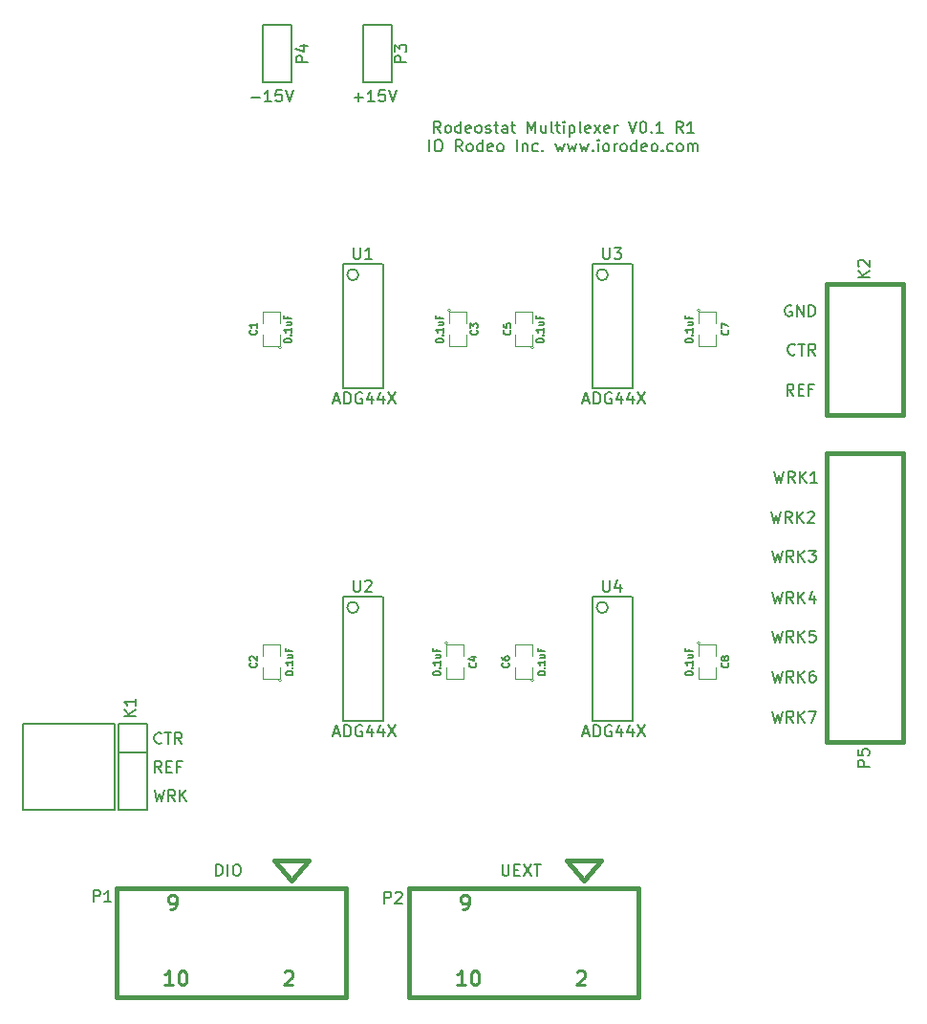
<source format=gto>
G04 (created by PCBNEW (2013-jul-07)-stable) date Thu 19 Jul 2018 04:00:03 PM PDT*
%MOIN*%
G04 Gerber Fmt 3.4, Leading zero omitted, Abs format*
%FSLAX34Y34*%
G01*
G70*
G90*
G04 APERTURE LIST*
%ADD10C,0.00590551*%
%ADD11C,0.008*%
%ADD12C,0.00787402*%
%ADD13C,0.0039*%
%ADD14C,0.006*%
%ADD15C,0.015*%
%ADD16C,0.005*%
%ADD17C,0.01*%
G04 APERTURE END LIST*
G54D10*
G54D11*
X44704Y-34261D02*
X44571Y-34071D01*
X44476Y-34261D02*
X44476Y-33861D01*
X44628Y-33861D01*
X44666Y-33880D01*
X44685Y-33900D01*
X44704Y-33938D01*
X44704Y-33995D01*
X44685Y-34033D01*
X44666Y-34052D01*
X44628Y-34071D01*
X44476Y-34071D01*
X44933Y-34261D02*
X44895Y-34242D01*
X44876Y-34223D01*
X44857Y-34185D01*
X44857Y-34071D01*
X44876Y-34033D01*
X44895Y-34014D01*
X44933Y-33995D01*
X44990Y-33995D01*
X45028Y-34014D01*
X45047Y-34033D01*
X45066Y-34071D01*
X45066Y-34185D01*
X45047Y-34223D01*
X45028Y-34242D01*
X44990Y-34261D01*
X44933Y-34261D01*
X45409Y-34261D02*
X45409Y-33861D01*
X45409Y-34242D02*
X45371Y-34261D01*
X45295Y-34261D01*
X45257Y-34242D01*
X45238Y-34223D01*
X45219Y-34185D01*
X45219Y-34071D01*
X45238Y-34033D01*
X45257Y-34014D01*
X45295Y-33995D01*
X45371Y-33995D01*
X45409Y-34014D01*
X45752Y-34242D02*
X45714Y-34261D01*
X45638Y-34261D01*
X45600Y-34242D01*
X45580Y-34204D01*
X45580Y-34052D01*
X45600Y-34014D01*
X45638Y-33995D01*
X45714Y-33995D01*
X45752Y-34014D01*
X45771Y-34052D01*
X45771Y-34090D01*
X45580Y-34128D01*
X46000Y-34261D02*
X45961Y-34242D01*
X45942Y-34223D01*
X45923Y-34185D01*
X45923Y-34071D01*
X45942Y-34033D01*
X45961Y-34014D01*
X46000Y-33995D01*
X46057Y-33995D01*
X46095Y-34014D01*
X46114Y-34033D01*
X46133Y-34071D01*
X46133Y-34185D01*
X46114Y-34223D01*
X46095Y-34242D01*
X46057Y-34261D01*
X46000Y-34261D01*
X46285Y-34242D02*
X46323Y-34261D01*
X46400Y-34261D01*
X46438Y-34242D01*
X46457Y-34204D01*
X46457Y-34185D01*
X46438Y-34147D01*
X46400Y-34128D01*
X46342Y-34128D01*
X46304Y-34109D01*
X46285Y-34071D01*
X46285Y-34052D01*
X46304Y-34014D01*
X46342Y-33995D01*
X46400Y-33995D01*
X46438Y-34014D01*
X46571Y-33995D02*
X46723Y-33995D01*
X46628Y-33861D02*
X46628Y-34204D01*
X46647Y-34242D01*
X46685Y-34261D01*
X46723Y-34261D01*
X47028Y-34261D02*
X47028Y-34052D01*
X47009Y-34014D01*
X46971Y-33995D01*
X46895Y-33995D01*
X46857Y-34014D01*
X47028Y-34242D02*
X46990Y-34261D01*
X46895Y-34261D01*
X46857Y-34242D01*
X46838Y-34204D01*
X46838Y-34166D01*
X46857Y-34128D01*
X46895Y-34109D01*
X46990Y-34109D01*
X47028Y-34090D01*
X47161Y-33995D02*
X47314Y-33995D01*
X47219Y-33861D02*
X47219Y-34204D01*
X47238Y-34242D01*
X47276Y-34261D01*
X47314Y-34261D01*
X47752Y-34261D02*
X47752Y-33861D01*
X47885Y-34147D01*
X48019Y-33861D01*
X48019Y-34261D01*
X48380Y-33995D02*
X48380Y-34261D01*
X48209Y-33995D02*
X48209Y-34204D01*
X48228Y-34242D01*
X48266Y-34261D01*
X48323Y-34261D01*
X48361Y-34242D01*
X48380Y-34223D01*
X48628Y-34261D02*
X48590Y-34242D01*
X48571Y-34204D01*
X48571Y-33861D01*
X48723Y-33995D02*
X48876Y-33995D01*
X48780Y-33861D02*
X48780Y-34204D01*
X48800Y-34242D01*
X48838Y-34261D01*
X48876Y-34261D01*
X49009Y-34261D02*
X49009Y-33995D01*
X49009Y-33861D02*
X48990Y-33880D01*
X49009Y-33900D01*
X49028Y-33880D01*
X49009Y-33861D01*
X49009Y-33900D01*
X49200Y-33995D02*
X49200Y-34395D01*
X49200Y-34014D02*
X49238Y-33995D01*
X49314Y-33995D01*
X49352Y-34014D01*
X49371Y-34033D01*
X49390Y-34071D01*
X49390Y-34185D01*
X49371Y-34223D01*
X49352Y-34242D01*
X49314Y-34261D01*
X49238Y-34261D01*
X49200Y-34242D01*
X49619Y-34261D02*
X49580Y-34242D01*
X49561Y-34204D01*
X49561Y-33861D01*
X49923Y-34242D02*
X49885Y-34261D01*
X49809Y-34261D01*
X49771Y-34242D01*
X49752Y-34204D01*
X49752Y-34052D01*
X49771Y-34014D01*
X49809Y-33995D01*
X49885Y-33995D01*
X49923Y-34014D01*
X49942Y-34052D01*
X49942Y-34090D01*
X49752Y-34128D01*
X50076Y-34261D02*
X50285Y-33995D01*
X50076Y-33995D02*
X50285Y-34261D01*
X50590Y-34242D02*
X50552Y-34261D01*
X50476Y-34261D01*
X50438Y-34242D01*
X50419Y-34204D01*
X50419Y-34052D01*
X50438Y-34014D01*
X50476Y-33995D01*
X50552Y-33995D01*
X50590Y-34014D01*
X50609Y-34052D01*
X50609Y-34090D01*
X50419Y-34128D01*
X50780Y-34261D02*
X50780Y-33995D01*
X50780Y-34071D02*
X50799Y-34033D01*
X50819Y-34014D01*
X50857Y-33995D01*
X50895Y-33995D01*
X51276Y-33861D02*
X51409Y-34261D01*
X51542Y-33861D01*
X51752Y-33861D02*
X51790Y-33861D01*
X51828Y-33880D01*
X51847Y-33900D01*
X51866Y-33938D01*
X51885Y-34014D01*
X51885Y-34109D01*
X51866Y-34185D01*
X51847Y-34223D01*
X51828Y-34242D01*
X51790Y-34261D01*
X51752Y-34261D01*
X51714Y-34242D01*
X51695Y-34223D01*
X51676Y-34185D01*
X51657Y-34109D01*
X51657Y-34014D01*
X51676Y-33938D01*
X51695Y-33900D01*
X51714Y-33880D01*
X51752Y-33861D01*
X52057Y-34223D02*
X52076Y-34242D01*
X52057Y-34261D01*
X52038Y-34242D01*
X52057Y-34223D01*
X52057Y-34261D01*
X52457Y-34261D02*
X52228Y-34261D01*
X52342Y-34261D02*
X52342Y-33861D01*
X52304Y-33919D01*
X52266Y-33957D01*
X52228Y-33976D01*
X53161Y-34261D02*
X53028Y-34071D01*
X52933Y-34261D02*
X52933Y-33861D01*
X53085Y-33861D01*
X53123Y-33880D01*
X53142Y-33900D01*
X53161Y-33938D01*
X53161Y-33995D01*
X53142Y-34033D01*
X53123Y-34052D01*
X53085Y-34071D01*
X52933Y-34071D01*
X53542Y-34261D02*
X53314Y-34261D01*
X53428Y-34261D02*
X53428Y-33861D01*
X53390Y-33919D01*
X53352Y-33957D01*
X53314Y-33976D01*
X44323Y-34901D02*
X44323Y-34501D01*
X44590Y-34501D02*
X44666Y-34501D01*
X44704Y-34520D01*
X44742Y-34559D01*
X44761Y-34635D01*
X44761Y-34768D01*
X44742Y-34844D01*
X44704Y-34882D01*
X44666Y-34901D01*
X44590Y-34901D01*
X44552Y-34882D01*
X44514Y-34844D01*
X44495Y-34768D01*
X44495Y-34635D01*
X44514Y-34559D01*
X44552Y-34520D01*
X44590Y-34501D01*
X45466Y-34901D02*
X45333Y-34711D01*
X45238Y-34901D02*
X45238Y-34501D01*
X45390Y-34501D01*
X45428Y-34520D01*
X45447Y-34540D01*
X45466Y-34578D01*
X45466Y-34635D01*
X45447Y-34673D01*
X45428Y-34692D01*
X45390Y-34711D01*
X45238Y-34711D01*
X45695Y-34901D02*
X45657Y-34882D01*
X45638Y-34863D01*
X45619Y-34825D01*
X45619Y-34711D01*
X45638Y-34673D01*
X45657Y-34654D01*
X45695Y-34635D01*
X45752Y-34635D01*
X45790Y-34654D01*
X45809Y-34673D01*
X45828Y-34711D01*
X45828Y-34825D01*
X45809Y-34863D01*
X45790Y-34882D01*
X45752Y-34901D01*
X45695Y-34901D01*
X46171Y-34901D02*
X46171Y-34501D01*
X46171Y-34882D02*
X46133Y-34901D01*
X46057Y-34901D01*
X46019Y-34882D01*
X46000Y-34863D01*
X45980Y-34825D01*
X45980Y-34711D01*
X46000Y-34673D01*
X46019Y-34654D01*
X46057Y-34635D01*
X46133Y-34635D01*
X46171Y-34654D01*
X46514Y-34882D02*
X46476Y-34901D01*
X46400Y-34901D01*
X46361Y-34882D01*
X46342Y-34844D01*
X46342Y-34692D01*
X46361Y-34654D01*
X46400Y-34635D01*
X46476Y-34635D01*
X46514Y-34654D01*
X46533Y-34692D01*
X46533Y-34730D01*
X46342Y-34768D01*
X46761Y-34901D02*
X46723Y-34882D01*
X46704Y-34863D01*
X46685Y-34825D01*
X46685Y-34711D01*
X46704Y-34673D01*
X46723Y-34654D01*
X46761Y-34635D01*
X46819Y-34635D01*
X46857Y-34654D01*
X46876Y-34673D01*
X46895Y-34711D01*
X46895Y-34825D01*
X46876Y-34863D01*
X46857Y-34882D01*
X46819Y-34901D01*
X46761Y-34901D01*
X47371Y-34901D02*
X47371Y-34501D01*
X47561Y-34635D02*
X47561Y-34901D01*
X47561Y-34673D02*
X47580Y-34654D01*
X47619Y-34635D01*
X47676Y-34635D01*
X47714Y-34654D01*
X47733Y-34692D01*
X47733Y-34901D01*
X48095Y-34882D02*
X48057Y-34901D01*
X47980Y-34901D01*
X47942Y-34882D01*
X47923Y-34863D01*
X47904Y-34825D01*
X47904Y-34711D01*
X47923Y-34673D01*
X47942Y-34654D01*
X47980Y-34635D01*
X48057Y-34635D01*
X48095Y-34654D01*
X48266Y-34863D02*
X48285Y-34882D01*
X48266Y-34901D01*
X48247Y-34882D01*
X48266Y-34863D01*
X48266Y-34901D01*
X48723Y-34635D02*
X48800Y-34901D01*
X48876Y-34711D01*
X48952Y-34901D01*
X49028Y-34635D01*
X49142Y-34635D02*
X49219Y-34901D01*
X49295Y-34711D01*
X49371Y-34901D01*
X49447Y-34635D01*
X49561Y-34635D02*
X49638Y-34901D01*
X49714Y-34711D01*
X49790Y-34901D01*
X49866Y-34635D01*
X50019Y-34863D02*
X50038Y-34882D01*
X50019Y-34901D01*
X50000Y-34882D01*
X50019Y-34863D01*
X50019Y-34901D01*
X50209Y-34901D02*
X50209Y-34635D01*
X50209Y-34501D02*
X50190Y-34520D01*
X50209Y-34540D01*
X50228Y-34520D01*
X50209Y-34501D01*
X50209Y-34540D01*
X50457Y-34901D02*
X50419Y-34882D01*
X50400Y-34863D01*
X50380Y-34825D01*
X50380Y-34711D01*
X50400Y-34673D01*
X50419Y-34654D01*
X50457Y-34635D01*
X50514Y-34635D01*
X50552Y-34654D01*
X50571Y-34673D01*
X50590Y-34711D01*
X50590Y-34825D01*
X50571Y-34863D01*
X50552Y-34882D01*
X50514Y-34901D01*
X50457Y-34901D01*
X50761Y-34901D02*
X50761Y-34635D01*
X50761Y-34711D02*
X50780Y-34673D01*
X50800Y-34654D01*
X50838Y-34635D01*
X50876Y-34635D01*
X51066Y-34901D02*
X51028Y-34882D01*
X51009Y-34863D01*
X50990Y-34825D01*
X50990Y-34711D01*
X51009Y-34673D01*
X51028Y-34654D01*
X51066Y-34635D01*
X51123Y-34635D01*
X51161Y-34654D01*
X51180Y-34673D01*
X51200Y-34711D01*
X51200Y-34825D01*
X51180Y-34863D01*
X51161Y-34882D01*
X51123Y-34901D01*
X51066Y-34901D01*
X51542Y-34901D02*
X51542Y-34501D01*
X51542Y-34882D02*
X51504Y-34901D01*
X51428Y-34901D01*
X51390Y-34882D01*
X51371Y-34863D01*
X51352Y-34825D01*
X51352Y-34711D01*
X51371Y-34673D01*
X51390Y-34654D01*
X51428Y-34635D01*
X51504Y-34635D01*
X51542Y-34654D01*
X51885Y-34882D02*
X51847Y-34901D01*
X51771Y-34901D01*
X51733Y-34882D01*
X51714Y-34844D01*
X51714Y-34692D01*
X51733Y-34654D01*
X51771Y-34635D01*
X51847Y-34635D01*
X51885Y-34654D01*
X51904Y-34692D01*
X51904Y-34730D01*
X51714Y-34768D01*
X52133Y-34901D02*
X52095Y-34882D01*
X52076Y-34863D01*
X52057Y-34825D01*
X52057Y-34711D01*
X52076Y-34673D01*
X52095Y-34654D01*
X52133Y-34635D01*
X52190Y-34635D01*
X52228Y-34654D01*
X52247Y-34673D01*
X52266Y-34711D01*
X52266Y-34825D01*
X52247Y-34863D01*
X52228Y-34882D01*
X52190Y-34901D01*
X52133Y-34901D01*
X52438Y-34863D02*
X52457Y-34882D01*
X52438Y-34901D01*
X52419Y-34882D01*
X52438Y-34863D01*
X52438Y-34901D01*
X52800Y-34882D02*
X52761Y-34901D01*
X52685Y-34901D01*
X52647Y-34882D01*
X52628Y-34863D01*
X52609Y-34825D01*
X52609Y-34711D01*
X52628Y-34673D01*
X52647Y-34654D01*
X52685Y-34635D01*
X52761Y-34635D01*
X52800Y-34654D01*
X53028Y-34901D02*
X52990Y-34882D01*
X52971Y-34863D01*
X52952Y-34825D01*
X52952Y-34711D01*
X52971Y-34673D01*
X52990Y-34654D01*
X53028Y-34635D01*
X53085Y-34635D01*
X53123Y-34654D01*
X53142Y-34673D01*
X53161Y-34711D01*
X53161Y-34825D01*
X53142Y-34863D01*
X53123Y-34882D01*
X53085Y-34901D01*
X53028Y-34901D01*
X53333Y-34901D02*
X53333Y-34635D01*
X53333Y-34673D02*
X53352Y-34654D01*
X53390Y-34635D01*
X53447Y-34635D01*
X53485Y-34654D01*
X53504Y-34692D01*
X53504Y-34901D01*
X53504Y-34692D02*
X53523Y-34654D01*
X53561Y-34635D01*
X53619Y-34635D01*
X53657Y-34654D01*
X53676Y-34692D01*
X53676Y-34901D01*
X56945Y-40280D02*
X56907Y-40261D01*
X56850Y-40261D01*
X56792Y-40280D01*
X56754Y-40319D01*
X56735Y-40357D01*
X56716Y-40433D01*
X56716Y-40490D01*
X56735Y-40566D01*
X56754Y-40604D01*
X56792Y-40642D01*
X56850Y-40661D01*
X56888Y-40661D01*
X56945Y-40642D01*
X56964Y-40623D01*
X56964Y-40490D01*
X56888Y-40490D01*
X57135Y-40661D02*
X57135Y-40261D01*
X57364Y-40661D01*
X57364Y-40261D01*
X57554Y-40661D02*
X57554Y-40261D01*
X57650Y-40261D01*
X57707Y-40280D01*
X57745Y-40319D01*
X57764Y-40357D01*
X57783Y-40433D01*
X57783Y-40490D01*
X57764Y-40566D01*
X57745Y-40604D01*
X57707Y-40642D01*
X57650Y-40661D01*
X57554Y-40661D01*
X57071Y-41973D02*
X57052Y-41992D01*
X56995Y-42011D01*
X56957Y-42011D01*
X56900Y-41992D01*
X56861Y-41954D01*
X56842Y-41916D01*
X56823Y-41840D01*
X56823Y-41783D01*
X56842Y-41707D01*
X56861Y-41669D01*
X56900Y-41630D01*
X56957Y-41611D01*
X56995Y-41611D01*
X57052Y-41630D01*
X57071Y-41650D01*
X57185Y-41611D02*
X57414Y-41611D01*
X57300Y-42011D02*
X57300Y-41611D01*
X57776Y-42011D02*
X57642Y-41821D01*
X57547Y-42011D02*
X57547Y-41611D01*
X57700Y-41611D01*
X57738Y-41630D01*
X57757Y-41650D01*
X57776Y-41688D01*
X57776Y-41745D01*
X57757Y-41783D01*
X57738Y-41802D01*
X57700Y-41821D01*
X57547Y-41821D01*
X57021Y-43411D02*
X56888Y-43221D01*
X56792Y-43411D02*
X56792Y-43011D01*
X56945Y-43011D01*
X56983Y-43030D01*
X57002Y-43050D01*
X57021Y-43088D01*
X57021Y-43145D01*
X57002Y-43183D01*
X56983Y-43202D01*
X56945Y-43221D01*
X56792Y-43221D01*
X57192Y-43202D02*
X57326Y-43202D01*
X57383Y-43411D02*
X57192Y-43411D01*
X57192Y-43011D01*
X57383Y-43011D01*
X57688Y-43202D02*
X57554Y-43202D01*
X57554Y-43411D02*
X57554Y-43011D01*
X57745Y-43011D01*
X56288Y-54411D02*
X56383Y-54811D01*
X56459Y-54526D01*
X56535Y-54811D01*
X56630Y-54411D01*
X57011Y-54811D02*
X56878Y-54621D01*
X56783Y-54811D02*
X56783Y-54411D01*
X56935Y-54411D01*
X56973Y-54430D01*
X56992Y-54450D01*
X57011Y-54488D01*
X57011Y-54545D01*
X56992Y-54583D01*
X56973Y-54602D01*
X56935Y-54621D01*
X56783Y-54621D01*
X57183Y-54811D02*
X57183Y-54411D01*
X57411Y-54811D02*
X57240Y-54583D01*
X57411Y-54411D02*
X57183Y-54640D01*
X57545Y-54411D02*
X57811Y-54411D01*
X57640Y-54811D01*
X56288Y-53011D02*
X56383Y-53411D01*
X56459Y-53126D01*
X56535Y-53411D01*
X56630Y-53011D01*
X57011Y-53411D02*
X56878Y-53221D01*
X56783Y-53411D02*
X56783Y-53011D01*
X56935Y-53011D01*
X56973Y-53030D01*
X56992Y-53050D01*
X57011Y-53088D01*
X57011Y-53145D01*
X56992Y-53183D01*
X56973Y-53202D01*
X56935Y-53221D01*
X56783Y-53221D01*
X57183Y-53411D02*
X57183Y-53011D01*
X57411Y-53411D02*
X57240Y-53183D01*
X57411Y-53011D02*
X57183Y-53240D01*
X57754Y-53011D02*
X57678Y-53011D01*
X57640Y-53030D01*
X57621Y-53050D01*
X57583Y-53107D01*
X57564Y-53183D01*
X57564Y-53335D01*
X57583Y-53373D01*
X57602Y-53392D01*
X57640Y-53411D01*
X57716Y-53411D01*
X57754Y-53392D01*
X57773Y-53373D01*
X57792Y-53335D01*
X57792Y-53240D01*
X57773Y-53202D01*
X57754Y-53183D01*
X57716Y-53164D01*
X57640Y-53164D01*
X57602Y-53183D01*
X57583Y-53202D01*
X57564Y-53240D01*
X56288Y-51611D02*
X56383Y-52011D01*
X56459Y-51726D01*
X56535Y-52011D01*
X56630Y-51611D01*
X57011Y-52011D02*
X56878Y-51821D01*
X56783Y-52011D02*
X56783Y-51611D01*
X56935Y-51611D01*
X56973Y-51630D01*
X56992Y-51650D01*
X57011Y-51688D01*
X57011Y-51745D01*
X56992Y-51783D01*
X56973Y-51802D01*
X56935Y-51821D01*
X56783Y-51821D01*
X57183Y-52011D02*
X57183Y-51611D01*
X57411Y-52011D02*
X57240Y-51783D01*
X57411Y-51611D02*
X57183Y-51840D01*
X57773Y-51611D02*
X57583Y-51611D01*
X57564Y-51802D01*
X57583Y-51783D01*
X57621Y-51764D01*
X57716Y-51764D01*
X57754Y-51783D01*
X57773Y-51802D01*
X57792Y-51840D01*
X57792Y-51935D01*
X57773Y-51973D01*
X57754Y-51992D01*
X57716Y-52011D01*
X57621Y-52011D01*
X57583Y-51992D01*
X57564Y-51973D01*
X56288Y-50261D02*
X56383Y-50661D01*
X56459Y-50376D01*
X56535Y-50661D01*
X56630Y-50261D01*
X57011Y-50661D02*
X56878Y-50471D01*
X56783Y-50661D02*
X56783Y-50261D01*
X56935Y-50261D01*
X56973Y-50280D01*
X56992Y-50300D01*
X57011Y-50338D01*
X57011Y-50395D01*
X56992Y-50433D01*
X56973Y-50452D01*
X56935Y-50471D01*
X56783Y-50471D01*
X57183Y-50661D02*
X57183Y-50261D01*
X57411Y-50661D02*
X57240Y-50433D01*
X57411Y-50261D02*
X57183Y-50490D01*
X57754Y-50395D02*
X57754Y-50661D01*
X57659Y-50242D02*
X57564Y-50528D01*
X57811Y-50528D01*
X56288Y-48811D02*
X56383Y-49211D01*
X56459Y-48926D01*
X56535Y-49211D01*
X56630Y-48811D01*
X57011Y-49211D02*
X56878Y-49021D01*
X56783Y-49211D02*
X56783Y-48811D01*
X56935Y-48811D01*
X56973Y-48830D01*
X56992Y-48850D01*
X57011Y-48888D01*
X57011Y-48945D01*
X56992Y-48983D01*
X56973Y-49002D01*
X56935Y-49021D01*
X56783Y-49021D01*
X57183Y-49211D02*
X57183Y-48811D01*
X57411Y-49211D02*
X57240Y-48983D01*
X57411Y-48811D02*
X57183Y-49040D01*
X57545Y-48811D02*
X57792Y-48811D01*
X57659Y-48964D01*
X57716Y-48964D01*
X57754Y-48983D01*
X57773Y-49002D01*
X57792Y-49040D01*
X57792Y-49135D01*
X57773Y-49173D01*
X57754Y-49192D01*
X57716Y-49211D01*
X57602Y-49211D01*
X57564Y-49192D01*
X57545Y-49173D01*
X56238Y-47461D02*
X56333Y-47861D01*
X56409Y-47576D01*
X56485Y-47861D01*
X56580Y-47461D01*
X56961Y-47861D02*
X56828Y-47671D01*
X56733Y-47861D02*
X56733Y-47461D01*
X56885Y-47461D01*
X56923Y-47480D01*
X56942Y-47500D01*
X56961Y-47538D01*
X56961Y-47595D01*
X56942Y-47633D01*
X56923Y-47652D01*
X56885Y-47671D01*
X56733Y-47671D01*
X57133Y-47861D02*
X57133Y-47461D01*
X57361Y-47861D02*
X57190Y-47633D01*
X57361Y-47461D02*
X57133Y-47690D01*
X57514Y-47500D02*
X57533Y-47480D01*
X57571Y-47461D01*
X57666Y-47461D01*
X57704Y-47480D01*
X57723Y-47500D01*
X57742Y-47538D01*
X57742Y-47576D01*
X57723Y-47633D01*
X57495Y-47861D01*
X57742Y-47861D01*
X56338Y-46061D02*
X56433Y-46461D01*
X56509Y-46176D01*
X56585Y-46461D01*
X56680Y-46061D01*
X57061Y-46461D02*
X56928Y-46271D01*
X56833Y-46461D02*
X56833Y-46061D01*
X56985Y-46061D01*
X57023Y-46080D01*
X57042Y-46100D01*
X57061Y-46138D01*
X57061Y-46195D01*
X57042Y-46233D01*
X57023Y-46252D01*
X56985Y-46271D01*
X56833Y-46271D01*
X57233Y-46461D02*
X57233Y-46061D01*
X57461Y-46461D02*
X57290Y-46233D01*
X57461Y-46061D02*
X57233Y-46290D01*
X57842Y-46461D02*
X57614Y-46461D01*
X57728Y-46461D02*
X57728Y-46061D01*
X57690Y-46119D01*
X57652Y-46157D01*
X57614Y-46176D01*
X46861Y-59761D02*
X46861Y-60085D01*
X46880Y-60123D01*
X46900Y-60142D01*
X46938Y-60161D01*
X47014Y-60161D01*
X47052Y-60142D01*
X47071Y-60123D01*
X47090Y-60085D01*
X47090Y-59761D01*
X47280Y-59952D02*
X47414Y-59952D01*
X47471Y-60161D02*
X47280Y-60161D01*
X47280Y-59761D01*
X47471Y-59761D01*
X47604Y-59761D02*
X47871Y-60161D01*
X47871Y-59761D02*
X47604Y-60161D01*
X47966Y-59761D02*
X48195Y-59761D01*
X48080Y-60161D02*
X48080Y-59761D01*
X36890Y-60161D02*
X36890Y-59761D01*
X36985Y-59761D01*
X37042Y-59780D01*
X37080Y-59819D01*
X37100Y-59857D01*
X37119Y-59933D01*
X37119Y-59990D01*
X37100Y-60066D01*
X37080Y-60104D01*
X37042Y-60142D01*
X36985Y-60161D01*
X36890Y-60161D01*
X37290Y-60161D02*
X37290Y-59761D01*
X37557Y-59761D02*
X37633Y-59761D01*
X37671Y-59780D01*
X37709Y-59819D01*
X37728Y-59895D01*
X37728Y-60028D01*
X37709Y-60104D01*
X37671Y-60142D01*
X37633Y-60161D01*
X37557Y-60161D01*
X37519Y-60142D01*
X37480Y-60104D01*
X37461Y-60028D01*
X37461Y-59895D01*
X37480Y-59819D01*
X37519Y-59780D01*
X37557Y-59761D01*
X34728Y-57161D02*
X34823Y-57561D01*
X34900Y-57276D01*
X34976Y-57561D01*
X35071Y-57161D01*
X35452Y-57561D02*
X35319Y-57371D01*
X35223Y-57561D02*
X35223Y-57161D01*
X35376Y-57161D01*
X35414Y-57180D01*
X35433Y-57200D01*
X35452Y-57238D01*
X35452Y-57295D01*
X35433Y-57333D01*
X35414Y-57352D01*
X35376Y-57371D01*
X35223Y-57371D01*
X35623Y-57561D02*
X35623Y-57161D01*
X35852Y-57561D02*
X35680Y-57333D01*
X35852Y-57161D02*
X35623Y-57390D01*
X34971Y-56561D02*
X34838Y-56371D01*
X34742Y-56561D02*
X34742Y-56161D01*
X34895Y-56161D01*
X34933Y-56180D01*
X34952Y-56200D01*
X34971Y-56238D01*
X34971Y-56295D01*
X34952Y-56333D01*
X34933Y-56352D01*
X34895Y-56371D01*
X34742Y-56371D01*
X35142Y-56352D02*
X35276Y-56352D01*
X35333Y-56561D02*
X35142Y-56561D01*
X35142Y-56161D01*
X35333Y-56161D01*
X35638Y-56352D02*
X35504Y-56352D01*
X35504Y-56561D02*
X35504Y-56161D01*
X35695Y-56161D01*
X34971Y-55523D02*
X34952Y-55542D01*
X34895Y-55561D01*
X34857Y-55561D01*
X34800Y-55542D01*
X34761Y-55504D01*
X34742Y-55466D01*
X34723Y-55390D01*
X34723Y-55333D01*
X34742Y-55257D01*
X34761Y-55219D01*
X34800Y-55180D01*
X34857Y-55161D01*
X34895Y-55161D01*
X34952Y-55180D01*
X34971Y-55200D01*
X35085Y-55161D02*
X35314Y-55161D01*
X35200Y-55561D02*
X35200Y-55161D01*
X35676Y-55561D02*
X35542Y-55371D01*
X35447Y-55561D02*
X35447Y-55161D01*
X35600Y-55161D01*
X35638Y-55180D01*
X35657Y-55200D01*
X35676Y-55238D01*
X35676Y-55295D01*
X35657Y-55333D01*
X35638Y-55352D01*
X35600Y-55371D01*
X35447Y-55371D01*
X41695Y-33009D02*
X42000Y-33009D01*
X41847Y-33161D02*
X41847Y-32857D01*
X42400Y-33161D02*
X42171Y-33161D01*
X42285Y-33161D02*
X42285Y-32761D01*
X42247Y-32819D01*
X42209Y-32857D01*
X42171Y-32876D01*
X42761Y-32761D02*
X42571Y-32761D01*
X42552Y-32952D01*
X42571Y-32933D01*
X42609Y-32914D01*
X42704Y-32914D01*
X42742Y-32933D01*
X42761Y-32952D01*
X42780Y-32990D01*
X42780Y-33085D01*
X42761Y-33123D01*
X42742Y-33142D01*
X42704Y-33161D01*
X42609Y-33161D01*
X42571Y-33142D01*
X42552Y-33123D01*
X42895Y-32761D02*
X43028Y-33161D01*
X43161Y-32761D01*
X38095Y-33009D02*
X38400Y-33009D01*
X38800Y-33161D02*
X38571Y-33161D01*
X38685Y-33161D02*
X38685Y-32761D01*
X38647Y-32819D01*
X38609Y-32857D01*
X38571Y-32876D01*
X39161Y-32761D02*
X38971Y-32761D01*
X38952Y-32952D01*
X38971Y-32933D01*
X39009Y-32914D01*
X39104Y-32914D01*
X39142Y-32933D01*
X39161Y-32952D01*
X39180Y-32990D01*
X39180Y-33085D01*
X39161Y-33123D01*
X39142Y-33142D01*
X39104Y-33161D01*
X39009Y-33161D01*
X38971Y-33142D01*
X38952Y-33123D01*
X39295Y-32761D02*
X39428Y-33161D01*
X39561Y-32761D01*
G54D12*
X30150Y-54850D02*
X33350Y-54850D01*
X30150Y-57850D02*
X30150Y-54850D01*
X33350Y-57850D02*
X30150Y-57850D01*
X33350Y-56350D02*
X33350Y-57850D01*
X33350Y-56350D02*
X33350Y-54850D01*
G54D13*
X53750Y-52050D02*
G75*
G03X53750Y-52050I-50J0D01*
G74*
G01*
X53700Y-52500D02*
X53700Y-52100D01*
X53700Y-52100D02*
X54300Y-52100D01*
X54300Y-52100D02*
X54300Y-52500D01*
X54300Y-52900D02*
X54300Y-53300D01*
X54300Y-53300D02*
X53700Y-53300D01*
X53700Y-53300D02*
X53700Y-52900D01*
X47950Y-53350D02*
G75*
G03X47950Y-53350I-50J0D01*
G74*
G01*
X47900Y-52900D02*
X47900Y-53300D01*
X47900Y-53300D02*
X47300Y-53300D01*
X47300Y-53300D02*
X47300Y-52900D01*
X47300Y-52500D02*
X47300Y-52100D01*
X47300Y-52100D02*
X47900Y-52100D01*
X47900Y-52100D02*
X47900Y-52500D01*
X53750Y-40450D02*
G75*
G03X53750Y-40450I-50J0D01*
G74*
G01*
X53700Y-40900D02*
X53700Y-40500D01*
X53700Y-40500D02*
X54300Y-40500D01*
X54300Y-40500D02*
X54300Y-40900D01*
X54300Y-41300D02*
X54300Y-41700D01*
X54300Y-41700D02*
X53700Y-41700D01*
X53700Y-41700D02*
X53700Y-41300D01*
X47950Y-41750D02*
G75*
G03X47950Y-41750I-50J0D01*
G74*
G01*
X47900Y-41300D02*
X47900Y-41700D01*
X47900Y-41700D02*
X47300Y-41700D01*
X47300Y-41700D02*
X47300Y-41300D01*
X47300Y-40900D02*
X47300Y-40500D01*
X47300Y-40500D02*
X47900Y-40500D01*
X47900Y-40500D02*
X47900Y-40900D01*
X44950Y-52050D02*
G75*
G03X44950Y-52050I-50J0D01*
G74*
G01*
X44900Y-52500D02*
X44900Y-52100D01*
X44900Y-52100D02*
X45500Y-52100D01*
X45500Y-52100D02*
X45500Y-52500D01*
X45500Y-52900D02*
X45500Y-53300D01*
X45500Y-53300D02*
X44900Y-53300D01*
X44900Y-53300D02*
X44900Y-52900D01*
X39150Y-53350D02*
G75*
G03X39150Y-53350I-50J0D01*
G74*
G01*
X39100Y-52900D02*
X39100Y-53300D01*
X39100Y-53300D02*
X38500Y-53300D01*
X38500Y-53300D02*
X38500Y-52900D01*
X38500Y-52500D02*
X38500Y-52100D01*
X38500Y-52100D02*
X39100Y-52100D01*
X39100Y-52100D02*
X39100Y-52500D01*
X45050Y-40450D02*
G75*
G03X45050Y-40450I-50J0D01*
G74*
G01*
X45000Y-40900D02*
X45000Y-40500D01*
X45000Y-40500D02*
X45600Y-40500D01*
X45600Y-40500D02*
X45600Y-40900D01*
X45600Y-41300D02*
X45600Y-41700D01*
X45600Y-41700D02*
X45000Y-41700D01*
X45000Y-41700D02*
X45000Y-41300D01*
X39150Y-41750D02*
G75*
G03X39150Y-41750I-50J0D01*
G74*
G01*
X39100Y-41300D02*
X39100Y-41700D01*
X39100Y-41700D02*
X38500Y-41700D01*
X38500Y-41700D02*
X38500Y-41300D01*
X38500Y-40900D02*
X38500Y-40500D01*
X38500Y-40500D02*
X39100Y-40500D01*
X39100Y-40500D02*
X39100Y-40900D01*
G54D14*
X33480Y-54850D02*
X34480Y-54850D01*
X34480Y-54850D02*
X34480Y-57850D01*
X34480Y-57850D02*
X33480Y-57850D01*
X33480Y-57850D02*
X33480Y-54850D01*
X34480Y-55850D02*
X33480Y-55850D01*
X38500Y-30500D02*
X39500Y-30500D01*
X39500Y-30500D02*
X39500Y-32500D01*
X39500Y-32500D02*
X38500Y-32500D01*
X38500Y-32500D02*
X38500Y-30500D01*
X42000Y-30500D02*
X43000Y-30500D01*
X43000Y-30500D02*
X43000Y-32500D01*
X43000Y-32500D02*
X42000Y-32500D01*
X42000Y-32500D02*
X42000Y-30500D01*
G54D15*
X60838Y-50450D02*
X60838Y-45410D01*
X60838Y-45410D02*
X58161Y-45410D01*
X58161Y-45410D02*
X58161Y-55489D01*
X58161Y-55489D02*
X60838Y-55489D01*
X60838Y-55489D02*
X60838Y-50450D01*
X60839Y-39517D02*
X58161Y-39517D01*
X58161Y-39517D02*
X58161Y-44083D01*
X58161Y-44083D02*
X60839Y-44083D01*
X60839Y-44083D02*
X60839Y-39517D01*
X41400Y-64400D02*
X33400Y-64400D01*
X33400Y-64400D02*
X33400Y-60600D01*
X33400Y-60600D02*
X41400Y-60600D01*
X41400Y-60600D02*
X41400Y-64400D01*
X40117Y-59626D02*
X38935Y-59626D01*
X39512Y-60339D02*
X40112Y-59639D01*
X38912Y-59640D02*
X39512Y-60340D01*
X51600Y-64400D02*
X43600Y-64400D01*
X43600Y-64400D02*
X43600Y-60600D01*
X43600Y-60600D02*
X51600Y-60600D01*
X51600Y-60600D02*
X51600Y-64400D01*
X50317Y-59626D02*
X49135Y-59626D01*
X49712Y-60339D02*
X50312Y-59639D01*
X49112Y-59640D02*
X49712Y-60340D01*
G54D10*
X50000Y-50435D02*
X50000Y-54770D01*
X51400Y-50435D02*
X51400Y-54770D01*
G54D12*
X50542Y-50801D02*
G75*
G03X50542Y-50801I-196J0D01*
G74*
G01*
X51388Y-50434D02*
X50011Y-50434D01*
X50011Y-54765D02*
X51388Y-54765D01*
G54D10*
X50000Y-38835D02*
X50000Y-43170D01*
X51400Y-38835D02*
X51400Y-43170D01*
G54D12*
X50542Y-39201D02*
G75*
G03X50542Y-39201I-196J0D01*
G74*
G01*
X51388Y-38834D02*
X50011Y-38834D01*
X50011Y-43165D02*
X51388Y-43165D01*
G54D10*
X41300Y-50435D02*
X41300Y-54770D01*
X42700Y-50435D02*
X42700Y-54770D01*
G54D12*
X41842Y-50801D02*
G75*
G03X41842Y-50801I-196J0D01*
G74*
G01*
X42688Y-50434D02*
X41311Y-50434D01*
X41311Y-54765D02*
X42688Y-54765D01*
G54D10*
X41300Y-38835D02*
X41300Y-43170D01*
X42700Y-38835D02*
X42700Y-43170D01*
G54D12*
X41842Y-39201D02*
G75*
G03X41842Y-39201I-196J0D01*
G74*
G01*
X42688Y-38834D02*
X41311Y-38834D01*
X41311Y-43165D02*
X42688Y-43165D01*
G54D16*
X54727Y-52741D02*
X54739Y-52753D01*
X54751Y-52789D01*
X54751Y-52813D01*
X54739Y-52848D01*
X54715Y-52872D01*
X54691Y-52884D01*
X54644Y-52896D01*
X54608Y-52896D01*
X54560Y-52884D01*
X54536Y-52872D01*
X54513Y-52848D01*
X54501Y-52813D01*
X54501Y-52789D01*
X54513Y-52753D01*
X54525Y-52741D01*
X54608Y-52598D02*
X54596Y-52622D01*
X54584Y-52634D01*
X54560Y-52646D01*
X54548Y-52646D01*
X54525Y-52634D01*
X54513Y-52622D01*
X54501Y-52598D01*
X54501Y-52551D01*
X54513Y-52527D01*
X54525Y-52515D01*
X54548Y-52503D01*
X54560Y-52503D01*
X54584Y-52515D01*
X54596Y-52527D01*
X54608Y-52551D01*
X54608Y-52598D01*
X54620Y-52622D01*
X54632Y-52634D01*
X54655Y-52646D01*
X54703Y-52646D01*
X54727Y-52634D01*
X54739Y-52622D01*
X54751Y-52598D01*
X54751Y-52551D01*
X54739Y-52527D01*
X54727Y-52515D01*
X54703Y-52503D01*
X54655Y-52503D01*
X54632Y-52515D01*
X54620Y-52527D01*
X54608Y-52551D01*
X53251Y-53110D02*
X53251Y-53086D01*
X53263Y-53063D01*
X53275Y-53051D01*
X53298Y-53039D01*
X53346Y-53027D01*
X53405Y-53027D01*
X53453Y-53039D01*
X53477Y-53051D01*
X53489Y-53063D01*
X53501Y-53086D01*
X53501Y-53110D01*
X53489Y-53134D01*
X53477Y-53146D01*
X53453Y-53158D01*
X53405Y-53170D01*
X53346Y-53170D01*
X53298Y-53158D01*
X53275Y-53146D01*
X53263Y-53134D01*
X53251Y-53110D01*
X53477Y-52920D02*
X53489Y-52908D01*
X53501Y-52920D01*
X53489Y-52932D01*
X53477Y-52920D01*
X53501Y-52920D01*
X53501Y-52670D02*
X53501Y-52813D01*
X53501Y-52741D02*
X53251Y-52741D01*
X53286Y-52765D01*
X53310Y-52789D01*
X53322Y-52813D01*
X53334Y-52455D02*
X53501Y-52455D01*
X53334Y-52563D02*
X53465Y-52563D01*
X53489Y-52551D01*
X53501Y-52527D01*
X53501Y-52491D01*
X53489Y-52467D01*
X53477Y-52455D01*
X53370Y-52253D02*
X53370Y-52336D01*
X53501Y-52336D02*
X53251Y-52336D01*
X53251Y-52217D01*
X47077Y-52741D02*
X47089Y-52753D01*
X47101Y-52789D01*
X47101Y-52813D01*
X47089Y-52848D01*
X47065Y-52872D01*
X47041Y-52884D01*
X46994Y-52896D01*
X46958Y-52896D01*
X46910Y-52884D01*
X46886Y-52872D01*
X46863Y-52848D01*
X46851Y-52813D01*
X46851Y-52789D01*
X46863Y-52753D01*
X46875Y-52741D01*
X46851Y-52527D02*
X46851Y-52575D01*
X46863Y-52598D01*
X46875Y-52610D01*
X46910Y-52634D01*
X46958Y-52646D01*
X47053Y-52646D01*
X47077Y-52634D01*
X47089Y-52622D01*
X47101Y-52598D01*
X47101Y-52551D01*
X47089Y-52527D01*
X47077Y-52515D01*
X47053Y-52503D01*
X46994Y-52503D01*
X46970Y-52515D01*
X46958Y-52527D01*
X46946Y-52551D01*
X46946Y-52598D01*
X46958Y-52622D01*
X46970Y-52634D01*
X46994Y-52646D01*
X48101Y-53110D02*
X48101Y-53086D01*
X48113Y-53063D01*
X48125Y-53051D01*
X48148Y-53039D01*
X48196Y-53027D01*
X48255Y-53027D01*
X48303Y-53039D01*
X48327Y-53051D01*
X48339Y-53063D01*
X48351Y-53086D01*
X48351Y-53110D01*
X48339Y-53134D01*
X48327Y-53146D01*
X48303Y-53158D01*
X48255Y-53170D01*
X48196Y-53170D01*
X48148Y-53158D01*
X48125Y-53146D01*
X48113Y-53134D01*
X48101Y-53110D01*
X48327Y-52920D02*
X48339Y-52908D01*
X48351Y-52920D01*
X48339Y-52932D01*
X48327Y-52920D01*
X48351Y-52920D01*
X48351Y-52670D02*
X48351Y-52813D01*
X48351Y-52741D02*
X48101Y-52741D01*
X48136Y-52765D01*
X48160Y-52789D01*
X48172Y-52813D01*
X48184Y-52455D02*
X48351Y-52455D01*
X48184Y-52563D02*
X48315Y-52563D01*
X48339Y-52551D01*
X48351Y-52527D01*
X48351Y-52491D01*
X48339Y-52467D01*
X48327Y-52455D01*
X48220Y-52253D02*
X48220Y-52336D01*
X48351Y-52336D02*
X48101Y-52336D01*
X48101Y-52217D01*
X54727Y-41141D02*
X54739Y-41153D01*
X54751Y-41189D01*
X54751Y-41213D01*
X54739Y-41248D01*
X54715Y-41272D01*
X54691Y-41284D01*
X54644Y-41296D01*
X54608Y-41296D01*
X54560Y-41284D01*
X54536Y-41272D01*
X54513Y-41248D01*
X54501Y-41213D01*
X54501Y-41189D01*
X54513Y-41153D01*
X54525Y-41141D01*
X54501Y-41058D02*
X54501Y-40891D01*
X54751Y-40998D01*
X53251Y-41510D02*
X53251Y-41486D01*
X53263Y-41463D01*
X53275Y-41451D01*
X53298Y-41439D01*
X53346Y-41427D01*
X53405Y-41427D01*
X53453Y-41439D01*
X53477Y-41451D01*
X53489Y-41463D01*
X53501Y-41486D01*
X53501Y-41510D01*
X53489Y-41534D01*
X53477Y-41546D01*
X53453Y-41558D01*
X53405Y-41570D01*
X53346Y-41570D01*
X53298Y-41558D01*
X53275Y-41546D01*
X53263Y-41534D01*
X53251Y-41510D01*
X53477Y-41320D02*
X53489Y-41308D01*
X53501Y-41320D01*
X53489Y-41332D01*
X53477Y-41320D01*
X53501Y-41320D01*
X53501Y-41070D02*
X53501Y-41213D01*
X53501Y-41141D02*
X53251Y-41141D01*
X53286Y-41165D01*
X53310Y-41189D01*
X53322Y-41213D01*
X53334Y-40855D02*
X53501Y-40855D01*
X53334Y-40963D02*
X53465Y-40963D01*
X53489Y-40951D01*
X53501Y-40927D01*
X53501Y-40891D01*
X53489Y-40867D01*
X53477Y-40855D01*
X53370Y-40653D02*
X53370Y-40736D01*
X53501Y-40736D02*
X53251Y-40736D01*
X53251Y-40617D01*
X47127Y-41141D02*
X47139Y-41153D01*
X47151Y-41189D01*
X47151Y-41213D01*
X47139Y-41248D01*
X47115Y-41272D01*
X47091Y-41284D01*
X47044Y-41296D01*
X47008Y-41296D01*
X46960Y-41284D01*
X46936Y-41272D01*
X46913Y-41248D01*
X46901Y-41213D01*
X46901Y-41189D01*
X46913Y-41153D01*
X46925Y-41141D01*
X46901Y-40915D02*
X46901Y-41034D01*
X47020Y-41046D01*
X47008Y-41034D01*
X46996Y-41010D01*
X46996Y-40951D01*
X47008Y-40927D01*
X47020Y-40915D01*
X47044Y-40903D01*
X47103Y-40903D01*
X47127Y-40915D01*
X47139Y-40927D01*
X47151Y-40951D01*
X47151Y-41010D01*
X47139Y-41034D01*
X47127Y-41046D01*
X48051Y-41510D02*
X48051Y-41486D01*
X48063Y-41463D01*
X48075Y-41451D01*
X48098Y-41439D01*
X48146Y-41427D01*
X48205Y-41427D01*
X48253Y-41439D01*
X48277Y-41451D01*
X48289Y-41463D01*
X48301Y-41486D01*
X48301Y-41510D01*
X48289Y-41534D01*
X48277Y-41546D01*
X48253Y-41558D01*
X48205Y-41570D01*
X48146Y-41570D01*
X48098Y-41558D01*
X48075Y-41546D01*
X48063Y-41534D01*
X48051Y-41510D01*
X48277Y-41320D02*
X48289Y-41308D01*
X48301Y-41320D01*
X48289Y-41332D01*
X48277Y-41320D01*
X48301Y-41320D01*
X48301Y-41070D02*
X48301Y-41213D01*
X48301Y-41141D02*
X48051Y-41141D01*
X48086Y-41165D01*
X48110Y-41189D01*
X48122Y-41213D01*
X48134Y-40855D02*
X48301Y-40855D01*
X48134Y-40963D02*
X48265Y-40963D01*
X48289Y-40951D01*
X48301Y-40927D01*
X48301Y-40891D01*
X48289Y-40867D01*
X48277Y-40855D01*
X48170Y-40653D02*
X48170Y-40736D01*
X48301Y-40736D02*
X48051Y-40736D01*
X48051Y-40617D01*
X45927Y-52741D02*
X45939Y-52753D01*
X45951Y-52789D01*
X45951Y-52813D01*
X45939Y-52848D01*
X45915Y-52872D01*
X45891Y-52884D01*
X45844Y-52896D01*
X45808Y-52896D01*
X45760Y-52884D01*
X45736Y-52872D01*
X45713Y-52848D01*
X45701Y-52813D01*
X45701Y-52789D01*
X45713Y-52753D01*
X45725Y-52741D01*
X45784Y-52527D02*
X45951Y-52527D01*
X45689Y-52586D02*
X45867Y-52646D01*
X45867Y-52491D01*
X44451Y-53110D02*
X44451Y-53086D01*
X44463Y-53063D01*
X44475Y-53051D01*
X44498Y-53039D01*
X44546Y-53027D01*
X44605Y-53027D01*
X44653Y-53039D01*
X44677Y-53051D01*
X44689Y-53063D01*
X44701Y-53086D01*
X44701Y-53110D01*
X44689Y-53134D01*
X44677Y-53146D01*
X44653Y-53158D01*
X44605Y-53170D01*
X44546Y-53170D01*
X44498Y-53158D01*
X44475Y-53146D01*
X44463Y-53134D01*
X44451Y-53110D01*
X44677Y-52920D02*
X44689Y-52908D01*
X44701Y-52920D01*
X44689Y-52932D01*
X44677Y-52920D01*
X44701Y-52920D01*
X44701Y-52670D02*
X44701Y-52813D01*
X44701Y-52741D02*
X44451Y-52741D01*
X44486Y-52765D01*
X44510Y-52789D01*
X44522Y-52813D01*
X44534Y-52455D02*
X44701Y-52455D01*
X44534Y-52563D02*
X44665Y-52563D01*
X44689Y-52551D01*
X44701Y-52527D01*
X44701Y-52491D01*
X44689Y-52467D01*
X44677Y-52455D01*
X44570Y-52253D02*
X44570Y-52336D01*
X44701Y-52336D02*
X44451Y-52336D01*
X44451Y-52217D01*
X38277Y-52741D02*
X38289Y-52753D01*
X38301Y-52789D01*
X38301Y-52813D01*
X38289Y-52848D01*
X38265Y-52872D01*
X38241Y-52884D01*
X38194Y-52896D01*
X38158Y-52896D01*
X38110Y-52884D01*
X38086Y-52872D01*
X38063Y-52848D01*
X38051Y-52813D01*
X38051Y-52789D01*
X38063Y-52753D01*
X38075Y-52741D01*
X38075Y-52646D02*
X38063Y-52634D01*
X38051Y-52610D01*
X38051Y-52551D01*
X38063Y-52527D01*
X38075Y-52515D01*
X38098Y-52503D01*
X38122Y-52503D01*
X38158Y-52515D01*
X38301Y-52658D01*
X38301Y-52503D01*
X39301Y-53110D02*
X39301Y-53086D01*
X39313Y-53063D01*
X39325Y-53051D01*
X39348Y-53039D01*
X39396Y-53027D01*
X39455Y-53027D01*
X39503Y-53039D01*
X39527Y-53051D01*
X39539Y-53063D01*
X39551Y-53086D01*
X39551Y-53110D01*
X39539Y-53134D01*
X39527Y-53146D01*
X39503Y-53158D01*
X39455Y-53170D01*
X39396Y-53170D01*
X39348Y-53158D01*
X39325Y-53146D01*
X39313Y-53134D01*
X39301Y-53110D01*
X39527Y-52920D02*
X39539Y-52908D01*
X39551Y-52920D01*
X39539Y-52932D01*
X39527Y-52920D01*
X39551Y-52920D01*
X39551Y-52670D02*
X39551Y-52813D01*
X39551Y-52741D02*
X39301Y-52741D01*
X39336Y-52765D01*
X39360Y-52789D01*
X39372Y-52813D01*
X39384Y-52455D02*
X39551Y-52455D01*
X39384Y-52563D02*
X39515Y-52563D01*
X39539Y-52551D01*
X39551Y-52527D01*
X39551Y-52491D01*
X39539Y-52467D01*
X39527Y-52455D01*
X39420Y-52253D02*
X39420Y-52336D01*
X39551Y-52336D02*
X39301Y-52336D01*
X39301Y-52217D01*
X45977Y-41141D02*
X45989Y-41153D01*
X46001Y-41189D01*
X46001Y-41213D01*
X45989Y-41248D01*
X45965Y-41272D01*
X45941Y-41284D01*
X45894Y-41296D01*
X45858Y-41296D01*
X45810Y-41284D01*
X45786Y-41272D01*
X45763Y-41248D01*
X45751Y-41213D01*
X45751Y-41189D01*
X45763Y-41153D01*
X45775Y-41141D01*
X45751Y-41058D02*
X45751Y-40903D01*
X45846Y-40986D01*
X45846Y-40951D01*
X45858Y-40927D01*
X45870Y-40915D01*
X45894Y-40903D01*
X45953Y-40903D01*
X45977Y-40915D01*
X45989Y-40927D01*
X46001Y-40951D01*
X46001Y-41022D01*
X45989Y-41046D01*
X45977Y-41058D01*
X44551Y-41510D02*
X44551Y-41486D01*
X44563Y-41463D01*
X44575Y-41451D01*
X44598Y-41439D01*
X44646Y-41427D01*
X44705Y-41427D01*
X44753Y-41439D01*
X44777Y-41451D01*
X44789Y-41463D01*
X44801Y-41486D01*
X44801Y-41510D01*
X44789Y-41534D01*
X44777Y-41546D01*
X44753Y-41558D01*
X44705Y-41570D01*
X44646Y-41570D01*
X44598Y-41558D01*
X44575Y-41546D01*
X44563Y-41534D01*
X44551Y-41510D01*
X44777Y-41320D02*
X44789Y-41308D01*
X44801Y-41320D01*
X44789Y-41332D01*
X44777Y-41320D01*
X44801Y-41320D01*
X44801Y-41070D02*
X44801Y-41213D01*
X44801Y-41141D02*
X44551Y-41141D01*
X44586Y-41165D01*
X44610Y-41189D01*
X44622Y-41213D01*
X44634Y-40855D02*
X44801Y-40855D01*
X44634Y-40963D02*
X44765Y-40963D01*
X44789Y-40951D01*
X44801Y-40927D01*
X44801Y-40891D01*
X44789Y-40867D01*
X44777Y-40855D01*
X44670Y-40653D02*
X44670Y-40736D01*
X44801Y-40736D02*
X44551Y-40736D01*
X44551Y-40617D01*
X38277Y-41141D02*
X38289Y-41153D01*
X38301Y-41189D01*
X38301Y-41213D01*
X38289Y-41248D01*
X38265Y-41272D01*
X38241Y-41284D01*
X38194Y-41296D01*
X38158Y-41296D01*
X38110Y-41284D01*
X38086Y-41272D01*
X38063Y-41248D01*
X38051Y-41213D01*
X38051Y-41189D01*
X38063Y-41153D01*
X38075Y-41141D01*
X38301Y-40903D02*
X38301Y-41046D01*
X38301Y-40975D02*
X38051Y-40975D01*
X38086Y-40998D01*
X38110Y-41022D01*
X38122Y-41046D01*
X39251Y-41510D02*
X39251Y-41486D01*
X39263Y-41463D01*
X39275Y-41451D01*
X39298Y-41439D01*
X39346Y-41427D01*
X39405Y-41427D01*
X39453Y-41439D01*
X39477Y-41451D01*
X39489Y-41463D01*
X39501Y-41486D01*
X39501Y-41510D01*
X39489Y-41534D01*
X39477Y-41546D01*
X39453Y-41558D01*
X39405Y-41570D01*
X39346Y-41570D01*
X39298Y-41558D01*
X39275Y-41546D01*
X39263Y-41534D01*
X39251Y-41510D01*
X39477Y-41320D02*
X39489Y-41308D01*
X39501Y-41320D01*
X39489Y-41332D01*
X39477Y-41320D01*
X39501Y-41320D01*
X39501Y-41070D02*
X39501Y-41213D01*
X39501Y-41141D02*
X39251Y-41141D01*
X39286Y-41165D01*
X39310Y-41189D01*
X39322Y-41213D01*
X39334Y-40855D02*
X39501Y-40855D01*
X39334Y-40963D02*
X39465Y-40963D01*
X39489Y-40951D01*
X39501Y-40927D01*
X39501Y-40891D01*
X39489Y-40867D01*
X39477Y-40855D01*
X39370Y-40653D02*
X39370Y-40736D01*
X39501Y-40736D02*
X39251Y-40736D01*
X39251Y-40617D01*
G54D11*
X34061Y-54595D02*
X33661Y-54595D01*
X34061Y-54366D02*
X33833Y-54538D01*
X33661Y-54366D02*
X33890Y-54595D01*
X34061Y-53985D02*
X34061Y-54214D01*
X34061Y-54099D02*
X33661Y-54099D01*
X33719Y-54138D01*
X33757Y-54176D01*
X33776Y-54214D01*
X40061Y-31795D02*
X39661Y-31795D01*
X39661Y-31642D01*
X39680Y-31604D01*
X39700Y-31585D01*
X39738Y-31566D01*
X39795Y-31566D01*
X39833Y-31585D01*
X39852Y-31604D01*
X39871Y-31642D01*
X39871Y-31795D01*
X39795Y-31223D02*
X40061Y-31223D01*
X39642Y-31319D02*
X39928Y-31414D01*
X39928Y-31166D01*
X43511Y-31795D02*
X43111Y-31795D01*
X43111Y-31642D01*
X43130Y-31604D01*
X43150Y-31585D01*
X43188Y-31566D01*
X43245Y-31566D01*
X43283Y-31585D01*
X43302Y-31604D01*
X43321Y-31642D01*
X43321Y-31795D01*
X43111Y-31433D02*
X43111Y-31185D01*
X43264Y-31319D01*
X43264Y-31261D01*
X43283Y-31223D01*
X43302Y-31204D01*
X43340Y-31185D01*
X43435Y-31185D01*
X43473Y-31204D01*
X43492Y-31223D01*
X43511Y-31261D01*
X43511Y-31376D01*
X43492Y-31414D01*
X43473Y-31433D01*
X59661Y-56345D02*
X59261Y-56345D01*
X59261Y-56192D01*
X59280Y-56154D01*
X59300Y-56135D01*
X59338Y-56116D01*
X59395Y-56116D01*
X59433Y-56135D01*
X59452Y-56154D01*
X59471Y-56192D01*
X59471Y-56345D01*
X59261Y-55754D02*
X59261Y-55945D01*
X59452Y-55964D01*
X59433Y-55945D01*
X59414Y-55907D01*
X59414Y-55811D01*
X59433Y-55773D01*
X59452Y-55754D01*
X59490Y-55735D01*
X59585Y-55735D01*
X59623Y-55754D01*
X59642Y-55773D01*
X59661Y-55811D01*
X59661Y-55907D01*
X59642Y-55945D01*
X59623Y-55964D01*
X59661Y-39295D02*
X59261Y-39295D01*
X59661Y-39066D02*
X59433Y-39238D01*
X59261Y-39066D02*
X59490Y-39295D01*
X59300Y-38914D02*
X59280Y-38895D01*
X59261Y-38857D01*
X59261Y-38761D01*
X59280Y-38723D01*
X59300Y-38704D01*
X59338Y-38685D01*
X59376Y-38685D01*
X59433Y-38704D01*
X59661Y-38933D01*
X59661Y-38685D01*
X32604Y-61061D02*
X32604Y-60661D01*
X32757Y-60661D01*
X32795Y-60680D01*
X32814Y-60700D01*
X32833Y-60738D01*
X32833Y-60795D01*
X32814Y-60833D01*
X32795Y-60852D01*
X32757Y-60871D01*
X32604Y-60871D01*
X33214Y-61061D02*
X32985Y-61061D01*
X33100Y-61061D02*
X33100Y-60661D01*
X33061Y-60719D01*
X33023Y-60757D01*
X32985Y-60776D01*
G54D17*
X35375Y-63962D02*
X35090Y-63962D01*
X35232Y-63962D02*
X35232Y-63462D01*
X35185Y-63533D01*
X35137Y-63581D01*
X35090Y-63605D01*
X35685Y-63462D02*
X35732Y-63462D01*
X35780Y-63486D01*
X35804Y-63510D01*
X35828Y-63557D01*
X35851Y-63652D01*
X35851Y-63771D01*
X35828Y-63867D01*
X35804Y-63914D01*
X35780Y-63938D01*
X35732Y-63962D01*
X35685Y-63962D01*
X35637Y-63938D01*
X35613Y-63914D01*
X35590Y-63867D01*
X35566Y-63771D01*
X35566Y-63652D01*
X35590Y-63557D01*
X35613Y-63510D01*
X35637Y-63486D01*
X35685Y-63462D01*
X35257Y-61324D02*
X35353Y-61324D01*
X35400Y-61300D01*
X35424Y-61276D01*
X35472Y-61205D01*
X35495Y-61110D01*
X35495Y-60919D01*
X35472Y-60872D01*
X35448Y-60848D01*
X35400Y-60824D01*
X35305Y-60824D01*
X35257Y-60848D01*
X35233Y-60872D01*
X35210Y-60919D01*
X35210Y-61038D01*
X35233Y-61086D01*
X35257Y-61110D01*
X35305Y-61133D01*
X35400Y-61133D01*
X35448Y-61110D01*
X35472Y-61086D01*
X35495Y-61038D01*
X39265Y-63510D02*
X39288Y-63486D01*
X39336Y-63462D01*
X39455Y-63462D01*
X39503Y-63486D01*
X39527Y-63510D01*
X39550Y-63557D01*
X39550Y-63605D01*
X39527Y-63676D01*
X39241Y-63962D01*
X39550Y-63962D01*
G54D11*
X42754Y-61111D02*
X42754Y-60711D01*
X42907Y-60711D01*
X42945Y-60730D01*
X42964Y-60750D01*
X42983Y-60788D01*
X42983Y-60845D01*
X42964Y-60883D01*
X42945Y-60902D01*
X42907Y-60921D01*
X42754Y-60921D01*
X43135Y-60750D02*
X43154Y-60730D01*
X43192Y-60711D01*
X43288Y-60711D01*
X43326Y-60730D01*
X43345Y-60750D01*
X43364Y-60788D01*
X43364Y-60826D01*
X43345Y-60883D01*
X43116Y-61111D01*
X43364Y-61111D01*
G54D17*
X45575Y-63962D02*
X45290Y-63962D01*
X45432Y-63962D02*
X45432Y-63462D01*
X45385Y-63533D01*
X45337Y-63581D01*
X45290Y-63605D01*
X45885Y-63462D02*
X45932Y-63462D01*
X45980Y-63486D01*
X46004Y-63510D01*
X46028Y-63557D01*
X46051Y-63652D01*
X46051Y-63771D01*
X46028Y-63867D01*
X46004Y-63914D01*
X45980Y-63938D01*
X45932Y-63962D01*
X45885Y-63962D01*
X45837Y-63938D01*
X45813Y-63914D01*
X45790Y-63867D01*
X45766Y-63771D01*
X45766Y-63652D01*
X45790Y-63557D01*
X45813Y-63510D01*
X45837Y-63486D01*
X45885Y-63462D01*
X45457Y-61324D02*
X45553Y-61324D01*
X45600Y-61300D01*
X45624Y-61276D01*
X45672Y-61205D01*
X45695Y-61110D01*
X45695Y-60919D01*
X45672Y-60872D01*
X45648Y-60848D01*
X45600Y-60824D01*
X45505Y-60824D01*
X45457Y-60848D01*
X45433Y-60872D01*
X45410Y-60919D01*
X45410Y-61038D01*
X45433Y-61086D01*
X45457Y-61110D01*
X45505Y-61133D01*
X45600Y-61133D01*
X45648Y-61110D01*
X45672Y-61086D01*
X45695Y-61038D01*
X49465Y-63510D02*
X49488Y-63486D01*
X49536Y-63462D01*
X49655Y-63462D01*
X49703Y-63486D01*
X49727Y-63510D01*
X49750Y-63557D01*
X49750Y-63605D01*
X49727Y-63676D01*
X49441Y-63962D01*
X49750Y-63962D01*
G54D11*
X50380Y-49856D02*
X50380Y-50180D01*
X50399Y-50218D01*
X50418Y-50237D01*
X50456Y-50256D01*
X50532Y-50256D01*
X50570Y-50237D01*
X50589Y-50218D01*
X50608Y-50180D01*
X50608Y-49856D01*
X50970Y-49990D02*
X50970Y-50256D01*
X50875Y-49837D02*
X50780Y-50123D01*
X51027Y-50123D01*
X49688Y-55192D02*
X49878Y-55192D01*
X49650Y-55306D02*
X49783Y-54906D01*
X49916Y-55306D01*
X50050Y-55306D02*
X50050Y-54906D01*
X50145Y-54906D01*
X50202Y-54925D01*
X50240Y-54964D01*
X50259Y-55002D01*
X50278Y-55078D01*
X50278Y-55135D01*
X50259Y-55211D01*
X50240Y-55249D01*
X50202Y-55287D01*
X50145Y-55306D01*
X50050Y-55306D01*
X50659Y-54925D02*
X50621Y-54906D01*
X50564Y-54906D01*
X50507Y-54925D01*
X50469Y-54964D01*
X50450Y-55002D01*
X50431Y-55078D01*
X50431Y-55135D01*
X50450Y-55211D01*
X50469Y-55249D01*
X50507Y-55287D01*
X50564Y-55306D01*
X50602Y-55306D01*
X50659Y-55287D01*
X50678Y-55268D01*
X50678Y-55135D01*
X50602Y-55135D01*
X51021Y-55040D02*
X51021Y-55306D01*
X50926Y-54887D02*
X50831Y-55173D01*
X51078Y-55173D01*
X51402Y-55040D02*
X51402Y-55306D01*
X51307Y-54887D02*
X51212Y-55173D01*
X51459Y-55173D01*
X51574Y-54906D02*
X51840Y-55306D01*
X51840Y-54906D02*
X51574Y-55306D01*
X50380Y-38256D02*
X50380Y-38580D01*
X50399Y-38618D01*
X50418Y-38637D01*
X50456Y-38656D01*
X50532Y-38656D01*
X50570Y-38637D01*
X50589Y-38618D01*
X50608Y-38580D01*
X50608Y-38256D01*
X50761Y-38256D02*
X51008Y-38256D01*
X50875Y-38409D01*
X50932Y-38409D01*
X50970Y-38428D01*
X50989Y-38447D01*
X51008Y-38485D01*
X51008Y-38580D01*
X50989Y-38618D01*
X50970Y-38637D01*
X50932Y-38656D01*
X50818Y-38656D01*
X50780Y-38637D01*
X50761Y-38618D01*
X49688Y-43592D02*
X49878Y-43592D01*
X49650Y-43706D02*
X49783Y-43306D01*
X49916Y-43706D01*
X50050Y-43706D02*
X50050Y-43306D01*
X50145Y-43306D01*
X50202Y-43325D01*
X50240Y-43364D01*
X50259Y-43402D01*
X50278Y-43478D01*
X50278Y-43535D01*
X50259Y-43611D01*
X50240Y-43649D01*
X50202Y-43687D01*
X50145Y-43706D01*
X50050Y-43706D01*
X50659Y-43325D02*
X50621Y-43306D01*
X50564Y-43306D01*
X50507Y-43325D01*
X50469Y-43364D01*
X50450Y-43402D01*
X50431Y-43478D01*
X50431Y-43535D01*
X50450Y-43611D01*
X50469Y-43649D01*
X50507Y-43687D01*
X50564Y-43706D01*
X50602Y-43706D01*
X50659Y-43687D01*
X50678Y-43668D01*
X50678Y-43535D01*
X50602Y-43535D01*
X51021Y-43440D02*
X51021Y-43706D01*
X50926Y-43287D02*
X50831Y-43573D01*
X51078Y-43573D01*
X51402Y-43440D02*
X51402Y-43706D01*
X51307Y-43287D02*
X51212Y-43573D01*
X51459Y-43573D01*
X51574Y-43306D02*
X51840Y-43706D01*
X51840Y-43306D02*
X51574Y-43706D01*
X41680Y-49856D02*
X41680Y-50180D01*
X41699Y-50218D01*
X41718Y-50237D01*
X41756Y-50256D01*
X41832Y-50256D01*
X41870Y-50237D01*
X41889Y-50218D01*
X41908Y-50180D01*
X41908Y-49856D01*
X42080Y-49895D02*
X42099Y-49875D01*
X42137Y-49856D01*
X42232Y-49856D01*
X42270Y-49875D01*
X42289Y-49895D01*
X42308Y-49933D01*
X42308Y-49971D01*
X42289Y-50028D01*
X42061Y-50256D01*
X42308Y-50256D01*
X40988Y-55192D02*
X41178Y-55192D01*
X40950Y-55306D02*
X41083Y-54906D01*
X41216Y-55306D01*
X41350Y-55306D02*
X41350Y-54906D01*
X41445Y-54906D01*
X41502Y-54925D01*
X41540Y-54964D01*
X41559Y-55002D01*
X41578Y-55078D01*
X41578Y-55135D01*
X41559Y-55211D01*
X41540Y-55249D01*
X41502Y-55287D01*
X41445Y-55306D01*
X41350Y-55306D01*
X41959Y-54925D02*
X41921Y-54906D01*
X41864Y-54906D01*
X41807Y-54925D01*
X41769Y-54964D01*
X41750Y-55002D01*
X41731Y-55078D01*
X41731Y-55135D01*
X41750Y-55211D01*
X41769Y-55249D01*
X41807Y-55287D01*
X41864Y-55306D01*
X41902Y-55306D01*
X41959Y-55287D01*
X41978Y-55268D01*
X41978Y-55135D01*
X41902Y-55135D01*
X42321Y-55040D02*
X42321Y-55306D01*
X42226Y-54887D02*
X42131Y-55173D01*
X42378Y-55173D01*
X42702Y-55040D02*
X42702Y-55306D01*
X42607Y-54887D02*
X42512Y-55173D01*
X42759Y-55173D01*
X42874Y-54906D02*
X43140Y-55306D01*
X43140Y-54906D02*
X42874Y-55306D01*
X41680Y-38256D02*
X41680Y-38580D01*
X41699Y-38618D01*
X41718Y-38637D01*
X41756Y-38656D01*
X41832Y-38656D01*
X41870Y-38637D01*
X41889Y-38618D01*
X41908Y-38580D01*
X41908Y-38256D01*
X42308Y-38656D02*
X42080Y-38656D01*
X42194Y-38656D02*
X42194Y-38256D01*
X42156Y-38314D01*
X42118Y-38352D01*
X42080Y-38371D01*
X40988Y-43592D02*
X41178Y-43592D01*
X40950Y-43706D02*
X41083Y-43306D01*
X41216Y-43706D01*
X41350Y-43706D02*
X41350Y-43306D01*
X41445Y-43306D01*
X41502Y-43325D01*
X41540Y-43364D01*
X41559Y-43402D01*
X41578Y-43478D01*
X41578Y-43535D01*
X41559Y-43611D01*
X41540Y-43649D01*
X41502Y-43687D01*
X41445Y-43706D01*
X41350Y-43706D01*
X41959Y-43325D02*
X41921Y-43306D01*
X41864Y-43306D01*
X41807Y-43325D01*
X41769Y-43364D01*
X41750Y-43402D01*
X41731Y-43478D01*
X41731Y-43535D01*
X41750Y-43611D01*
X41769Y-43649D01*
X41807Y-43687D01*
X41864Y-43706D01*
X41902Y-43706D01*
X41959Y-43687D01*
X41978Y-43668D01*
X41978Y-43535D01*
X41902Y-43535D01*
X42321Y-43440D02*
X42321Y-43706D01*
X42226Y-43287D02*
X42131Y-43573D01*
X42378Y-43573D01*
X42702Y-43440D02*
X42702Y-43706D01*
X42607Y-43287D02*
X42512Y-43573D01*
X42759Y-43573D01*
X42874Y-43306D02*
X43140Y-43706D01*
X43140Y-43306D02*
X42874Y-43706D01*
M02*

</source>
